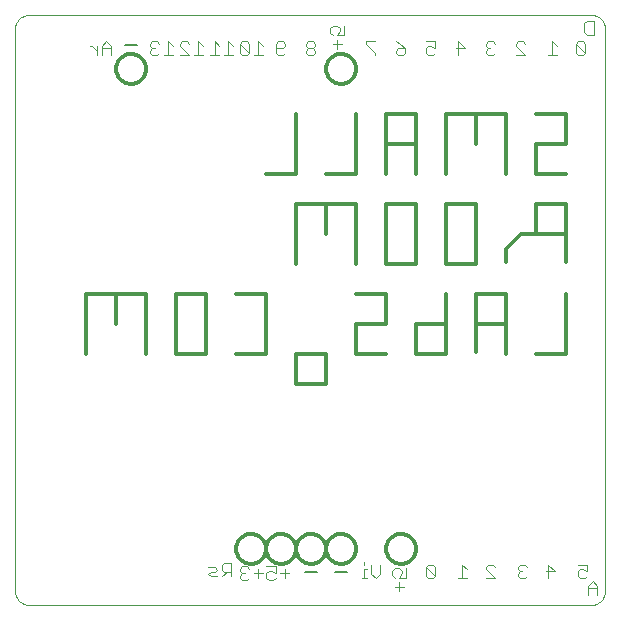
<source format=gbo>
G75*
G70*
%OFA0B0*%
%FSLAX24Y24*%
%IPPOS*%
%LPD*%
%AMOC8*
5,1,8,0,0,1.08239X$1,22.5*
%
%ADD10C,0.0004*%
%ADD11C,0.0120*%
%ADD12C,0.0040*%
%ADD13C,0.0050*%
D10*
X000611Y000363D02*
X009953Y000363D01*
X019296Y000363D01*
X019340Y000365D01*
X019383Y000371D01*
X019425Y000380D01*
X019467Y000393D01*
X019507Y000410D01*
X019546Y000430D01*
X019583Y000453D01*
X019617Y000480D01*
X019650Y000509D01*
X019679Y000542D01*
X019706Y000576D01*
X019729Y000613D01*
X019749Y000652D01*
X019766Y000692D01*
X019779Y000734D01*
X019788Y000776D01*
X019794Y000819D01*
X019796Y000863D01*
X019796Y010955D01*
X019796Y019548D01*
X019794Y019592D01*
X019788Y019635D01*
X019779Y019677D01*
X019766Y019719D01*
X019749Y019759D01*
X019729Y019798D01*
X019706Y019835D01*
X019679Y019869D01*
X019650Y019902D01*
X019617Y019931D01*
X019583Y019958D01*
X019546Y019981D01*
X019507Y020001D01*
X019467Y020018D01*
X019425Y020031D01*
X019383Y020040D01*
X019340Y020046D01*
X019296Y020048D01*
X009953Y020048D01*
X000611Y020048D01*
X000567Y020046D01*
X000524Y020040D01*
X000482Y020031D01*
X000440Y020018D01*
X000400Y020001D01*
X000361Y019981D01*
X000324Y019958D01*
X000290Y019931D01*
X000257Y019902D01*
X000228Y019869D01*
X000201Y019835D01*
X000178Y019798D01*
X000158Y019759D01*
X000141Y019719D01*
X000128Y019677D01*
X000119Y019635D01*
X000113Y019592D01*
X000111Y019548D01*
X000111Y010205D01*
X000111Y000863D01*
X000113Y000819D01*
X000119Y000776D01*
X000128Y000734D01*
X000141Y000692D01*
X000158Y000652D01*
X000178Y000613D01*
X000201Y000576D01*
X000228Y000542D01*
X000257Y000509D01*
X000290Y000480D01*
X000324Y000453D01*
X000361Y000430D01*
X000400Y000410D01*
X000440Y000393D01*
X000482Y000380D01*
X000524Y000371D01*
X000567Y000365D01*
X000611Y000363D01*
D11*
X007486Y002238D02*
X007488Y002282D01*
X007494Y002326D01*
X007504Y002369D01*
X007517Y002411D01*
X007534Y002452D01*
X007555Y002491D01*
X007579Y002528D01*
X007606Y002563D01*
X007636Y002595D01*
X007669Y002625D01*
X007705Y002651D01*
X007742Y002675D01*
X007782Y002694D01*
X007823Y002711D01*
X007866Y002723D01*
X007909Y002732D01*
X007953Y002737D01*
X007997Y002738D01*
X008041Y002735D01*
X008085Y002728D01*
X008128Y002717D01*
X008170Y002703D01*
X008210Y002685D01*
X008249Y002663D01*
X008285Y002639D01*
X008319Y002611D01*
X008351Y002580D01*
X008380Y002546D01*
X008406Y002510D01*
X008428Y002472D01*
X008447Y002432D01*
X008462Y002390D01*
X008474Y002348D01*
X008482Y002304D01*
X008486Y002260D01*
X008486Y002216D01*
X008482Y002172D01*
X008474Y002128D01*
X008462Y002086D01*
X008447Y002044D01*
X008428Y002004D01*
X008406Y001966D01*
X008380Y001930D01*
X008351Y001896D01*
X008319Y001865D01*
X008285Y001837D01*
X008249Y001813D01*
X008210Y001791D01*
X008170Y001773D01*
X008128Y001759D01*
X008085Y001748D01*
X008041Y001741D01*
X007997Y001738D01*
X007953Y001739D01*
X007909Y001744D01*
X007866Y001753D01*
X007823Y001765D01*
X007782Y001782D01*
X007742Y001801D01*
X007705Y001825D01*
X007669Y001851D01*
X007636Y001881D01*
X007606Y001913D01*
X007579Y001948D01*
X007555Y001985D01*
X007534Y002024D01*
X007517Y002065D01*
X007504Y002107D01*
X007494Y002150D01*
X007488Y002194D01*
X007486Y002238D01*
X008486Y002238D02*
X008488Y002282D01*
X008494Y002326D01*
X008504Y002369D01*
X008517Y002411D01*
X008534Y002452D01*
X008555Y002491D01*
X008579Y002528D01*
X008606Y002563D01*
X008636Y002595D01*
X008669Y002625D01*
X008705Y002651D01*
X008742Y002675D01*
X008782Y002694D01*
X008823Y002711D01*
X008866Y002723D01*
X008909Y002732D01*
X008953Y002737D01*
X008997Y002738D01*
X009041Y002735D01*
X009085Y002728D01*
X009128Y002717D01*
X009170Y002703D01*
X009210Y002685D01*
X009249Y002663D01*
X009285Y002639D01*
X009319Y002611D01*
X009351Y002580D01*
X009380Y002546D01*
X009406Y002510D01*
X009428Y002472D01*
X009447Y002432D01*
X009462Y002390D01*
X009474Y002348D01*
X009482Y002304D01*
X009486Y002260D01*
X009486Y002216D01*
X009482Y002172D01*
X009474Y002128D01*
X009462Y002086D01*
X009447Y002044D01*
X009428Y002004D01*
X009406Y001966D01*
X009380Y001930D01*
X009351Y001896D01*
X009319Y001865D01*
X009285Y001837D01*
X009249Y001813D01*
X009210Y001791D01*
X009170Y001773D01*
X009128Y001759D01*
X009085Y001748D01*
X009041Y001741D01*
X008997Y001738D01*
X008953Y001739D01*
X008909Y001744D01*
X008866Y001753D01*
X008823Y001765D01*
X008782Y001782D01*
X008742Y001801D01*
X008705Y001825D01*
X008669Y001851D01*
X008636Y001881D01*
X008606Y001913D01*
X008579Y001948D01*
X008555Y001985D01*
X008534Y002024D01*
X008517Y002065D01*
X008504Y002107D01*
X008494Y002150D01*
X008488Y002194D01*
X008486Y002238D01*
X009486Y002238D02*
X009488Y002282D01*
X009494Y002326D01*
X009504Y002369D01*
X009517Y002411D01*
X009534Y002452D01*
X009555Y002491D01*
X009579Y002528D01*
X009606Y002563D01*
X009636Y002595D01*
X009669Y002625D01*
X009705Y002651D01*
X009742Y002675D01*
X009782Y002694D01*
X009823Y002711D01*
X009866Y002723D01*
X009909Y002732D01*
X009953Y002737D01*
X009997Y002738D01*
X010041Y002735D01*
X010085Y002728D01*
X010128Y002717D01*
X010170Y002703D01*
X010210Y002685D01*
X010249Y002663D01*
X010285Y002639D01*
X010319Y002611D01*
X010351Y002580D01*
X010380Y002546D01*
X010406Y002510D01*
X010428Y002472D01*
X010447Y002432D01*
X010462Y002390D01*
X010474Y002348D01*
X010482Y002304D01*
X010486Y002260D01*
X010486Y002216D01*
X010482Y002172D01*
X010474Y002128D01*
X010462Y002086D01*
X010447Y002044D01*
X010428Y002004D01*
X010406Y001966D01*
X010380Y001930D01*
X010351Y001896D01*
X010319Y001865D01*
X010285Y001837D01*
X010249Y001813D01*
X010210Y001791D01*
X010170Y001773D01*
X010128Y001759D01*
X010085Y001748D01*
X010041Y001741D01*
X009997Y001738D01*
X009953Y001739D01*
X009909Y001744D01*
X009866Y001753D01*
X009823Y001765D01*
X009782Y001782D01*
X009742Y001801D01*
X009705Y001825D01*
X009669Y001851D01*
X009636Y001881D01*
X009606Y001913D01*
X009579Y001948D01*
X009555Y001985D01*
X009534Y002024D01*
X009517Y002065D01*
X009504Y002107D01*
X009494Y002150D01*
X009488Y002194D01*
X009486Y002238D01*
X010486Y002238D02*
X010488Y002282D01*
X010494Y002326D01*
X010504Y002369D01*
X010517Y002411D01*
X010534Y002452D01*
X010555Y002491D01*
X010579Y002528D01*
X010606Y002563D01*
X010636Y002595D01*
X010669Y002625D01*
X010705Y002651D01*
X010742Y002675D01*
X010782Y002694D01*
X010823Y002711D01*
X010866Y002723D01*
X010909Y002732D01*
X010953Y002737D01*
X010997Y002738D01*
X011041Y002735D01*
X011085Y002728D01*
X011128Y002717D01*
X011170Y002703D01*
X011210Y002685D01*
X011249Y002663D01*
X011285Y002639D01*
X011319Y002611D01*
X011351Y002580D01*
X011380Y002546D01*
X011406Y002510D01*
X011428Y002472D01*
X011447Y002432D01*
X011462Y002390D01*
X011474Y002348D01*
X011482Y002304D01*
X011486Y002260D01*
X011486Y002216D01*
X011482Y002172D01*
X011474Y002128D01*
X011462Y002086D01*
X011447Y002044D01*
X011428Y002004D01*
X011406Y001966D01*
X011380Y001930D01*
X011351Y001896D01*
X011319Y001865D01*
X011285Y001837D01*
X011249Y001813D01*
X011210Y001791D01*
X011170Y001773D01*
X011128Y001759D01*
X011085Y001748D01*
X011041Y001741D01*
X010997Y001738D01*
X010953Y001739D01*
X010909Y001744D01*
X010866Y001753D01*
X010823Y001765D01*
X010782Y001782D01*
X010742Y001801D01*
X010705Y001825D01*
X010669Y001851D01*
X010636Y001881D01*
X010606Y001913D01*
X010579Y001948D01*
X010555Y001985D01*
X010534Y002024D01*
X010517Y002065D01*
X010504Y002107D01*
X010494Y002150D01*
X010488Y002194D01*
X010486Y002238D01*
X012486Y002238D02*
X012488Y002282D01*
X012494Y002326D01*
X012504Y002369D01*
X012517Y002411D01*
X012534Y002452D01*
X012555Y002491D01*
X012579Y002528D01*
X012606Y002563D01*
X012636Y002595D01*
X012669Y002625D01*
X012705Y002651D01*
X012742Y002675D01*
X012782Y002694D01*
X012823Y002711D01*
X012866Y002723D01*
X012909Y002732D01*
X012953Y002737D01*
X012997Y002738D01*
X013041Y002735D01*
X013085Y002728D01*
X013128Y002717D01*
X013170Y002703D01*
X013210Y002685D01*
X013249Y002663D01*
X013285Y002639D01*
X013319Y002611D01*
X013351Y002580D01*
X013380Y002546D01*
X013406Y002510D01*
X013428Y002472D01*
X013447Y002432D01*
X013462Y002390D01*
X013474Y002348D01*
X013482Y002304D01*
X013486Y002260D01*
X013486Y002216D01*
X013482Y002172D01*
X013474Y002128D01*
X013462Y002086D01*
X013447Y002044D01*
X013428Y002004D01*
X013406Y001966D01*
X013380Y001930D01*
X013351Y001896D01*
X013319Y001865D01*
X013285Y001837D01*
X013249Y001813D01*
X013210Y001791D01*
X013170Y001773D01*
X013128Y001759D01*
X013085Y001748D01*
X013041Y001741D01*
X012997Y001738D01*
X012953Y001739D01*
X012909Y001744D01*
X012866Y001753D01*
X012823Y001765D01*
X012782Y001782D01*
X012742Y001801D01*
X012705Y001825D01*
X012669Y001851D01*
X012636Y001881D01*
X012606Y001913D01*
X012579Y001948D01*
X012555Y001985D01*
X012534Y002024D01*
X012517Y002065D01*
X012504Y002107D01*
X012494Y002150D01*
X012488Y002194D01*
X012486Y002238D01*
X010486Y007738D02*
X009486Y007738D01*
X009486Y008738D01*
X010486Y008738D01*
X010486Y007738D01*
X011486Y008738D02*
X011486Y009738D01*
X012486Y009738D01*
X012486Y010738D01*
X011486Y010738D01*
X011486Y011738D02*
X011486Y013738D01*
X010486Y013738D01*
X009486Y013738D01*
X009486Y011738D01*
X010486Y012738D02*
X010486Y013738D01*
X010486Y014738D02*
X011486Y014738D01*
X011486Y016738D01*
X012486Y016738D02*
X012486Y015738D01*
X013486Y015738D01*
X013486Y016738D01*
X012486Y016738D01*
X012486Y015738D02*
X012486Y014738D01*
X013486Y014738D02*
X013486Y015738D01*
X014486Y016738D02*
X014486Y014738D01*
X014486Y013738D02*
X014486Y011738D01*
X015486Y011738D01*
X015486Y013738D01*
X014486Y013738D01*
X013486Y013738D02*
X012486Y013738D01*
X012486Y011738D01*
X013486Y011738D01*
X013486Y013738D01*
X015486Y015738D02*
X015486Y016738D01*
X014486Y016738D01*
X015486Y016738D02*
X016486Y016738D01*
X016486Y014738D01*
X017486Y014738D02*
X018486Y014738D01*
X018486Y015738D02*
X017486Y015738D01*
X017486Y014738D01*
X017486Y013738D02*
X017486Y012738D01*
X016986Y012738D01*
X016486Y012238D01*
X016486Y011800D01*
X016486Y010738D02*
X015486Y010738D01*
X015486Y009738D01*
X016423Y009738D01*
X015486Y009738D02*
X015486Y008800D01*
X016486Y008738D02*
X016486Y010738D01*
X018486Y010738D02*
X018486Y008738D01*
X017486Y008738D01*
X014486Y008738D02*
X013486Y008738D01*
X013486Y008800D02*
X013486Y009738D01*
X014423Y009738D01*
X014486Y010738D02*
X014486Y008738D01*
X012486Y008738D02*
X011486Y008738D01*
X008486Y008738D02*
X007486Y008738D01*
X008486Y008738D02*
X008486Y010738D01*
X007486Y010738D01*
X006486Y010738D02*
X005486Y010738D01*
X005486Y008738D01*
X006486Y008738D01*
X006486Y010738D01*
X004486Y010738D02*
X004486Y008738D01*
X003486Y009738D02*
X003486Y010738D01*
X002486Y010738D01*
X002486Y008738D01*
X003486Y010738D02*
X004486Y010738D01*
X008486Y014738D02*
X009486Y014738D01*
X009486Y016738D01*
X010486Y018238D02*
X010488Y018282D01*
X010494Y018326D01*
X010504Y018369D01*
X010517Y018411D01*
X010534Y018452D01*
X010555Y018491D01*
X010579Y018528D01*
X010606Y018563D01*
X010636Y018595D01*
X010669Y018625D01*
X010705Y018651D01*
X010742Y018675D01*
X010782Y018694D01*
X010823Y018711D01*
X010866Y018723D01*
X010909Y018732D01*
X010953Y018737D01*
X010997Y018738D01*
X011041Y018735D01*
X011085Y018728D01*
X011128Y018717D01*
X011170Y018703D01*
X011210Y018685D01*
X011249Y018663D01*
X011285Y018639D01*
X011319Y018611D01*
X011351Y018580D01*
X011380Y018546D01*
X011406Y018510D01*
X011428Y018472D01*
X011447Y018432D01*
X011462Y018390D01*
X011474Y018348D01*
X011482Y018304D01*
X011486Y018260D01*
X011486Y018216D01*
X011482Y018172D01*
X011474Y018128D01*
X011462Y018086D01*
X011447Y018044D01*
X011428Y018004D01*
X011406Y017966D01*
X011380Y017930D01*
X011351Y017896D01*
X011319Y017865D01*
X011285Y017837D01*
X011249Y017813D01*
X011210Y017791D01*
X011170Y017773D01*
X011128Y017759D01*
X011085Y017748D01*
X011041Y017741D01*
X010997Y017738D01*
X010953Y017739D01*
X010909Y017744D01*
X010866Y017753D01*
X010823Y017765D01*
X010782Y017782D01*
X010742Y017801D01*
X010705Y017825D01*
X010669Y017851D01*
X010636Y017881D01*
X010606Y017913D01*
X010579Y017948D01*
X010555Y017985D01*
X010534Y018024D01*
X010517Y018065D01*
X010504Y018107D01*
X010494Y018150D01*
X010488Y018194D01*
X010486Y018238D01*
X003486Y018238D02*
X003488Y018282D01*
X003494Y018326D01*
X003504Y018369D01*
X003517Y018411D01*
X003534Y018452D01*
X003555Y018491D01*
X003579Y018528D01*
X003606Y018563D01*
X003636Y018595D01*
X003669Y018625D01*
X003705Y018651D01*
X003742Y018675D01*
X003782Y018694D01*
X003823Y018711D01*
X003866Y018723D01*
X003909Y018732D01*
X003953Y018737D01*
X003997Y018738D01*
X004041Y018735D01*
X004085Y018728D01*
X004128Y018717D01*
X004170Y018703D01*
X004210Y018685D01*
X004249Y018663D01*
X004285Y018639D01*
X004319Y018611D01*
X004351Y018580D01*
X004380Y018546D01*
X004406Y018510D01*
X004428Y018472D01*
X004447Y018432D01*
X004462Y018390D01*
X004474Y018348D01*
X004482Y018304D01*
X004486Y018260D01*
X004486Y018216D01*
X004482Y018172D01*
X004474Y018128D01*
X004462Y018086D01*
X004447Y018044D01*
X004428Y018004D01*
X004406Y017966D01*
X004380Y017930D01*
X004351Y017896D01*
X004319Y017865D01*
X004285Y017837D01*
X004249Y017813D01*
X004210Y017791D01*
X004170Y017773D01*
X004128Y017759D01*
X004085Y017748D01*
X004041Y017741D01*
X003997Y017738D01*
X003953Y017739D01*
X003909Y017744D01*
X003866Y017753D01*
X003823Y017765D01*
X003782Y017782D01*
X003742Y017801D01*
X003705Y017825D01*
X003669Y017851D01*
X003636Y017881D01*
X003606Y017913D01*
X003579Y017948D01*
X003555Y017985D01*
X003534Y018024D01*
X003517Y018065D01*
X003504Y018107D01*
X003494Y018150D01*
X003488Y018194D01*
X003486Y018238D01*
X017486Y016738D02*
X018486Y016738D01*
X018486Y015738D01*
X018486Y013738D02*
X017486Y013738D01*
X018486Y013738D02*
X018486Y012675D01*
X018486Y012738D01*
X017548Y012738D01*
X017486Y012738D01*
X017548Y012738D01*
X018486Y012675D02*
X018486Y011800D01*
D12*
X018176Y018695D02*
X017869Y018695D01*
X018023Y018695D02*
X018023Y019156D01*
X018176Y019002D01*
X018807Y019079D02*
X018807Y018772D01*
X018884Y018695D01*
X019037Y018695D01*
X019114Y018772D01*
X018807Y019079D01*
X018884Y019156D01*
X019037Y019156D01*
X019114Y019079D01*
X019114Y018772D01*
X019173Y019383D02*
X019096Y019460D01*
X019096Y019766D01*
X019173Y019843D01*
X019403Y019843D01*
X019403Y019383D01*
X019173Y019383D01*
X017114Y019079D02*
X017037Y019156D01*
X016884Y019156D01*
X016807Y019079D01*
X016807Y019002D01*
X017114Y018695D01*
X016807Y018695D01*
X016114Y018772D02*
X016037Y018695D01*
X015884Y018695D01*
X015807Y018772D01*
X015807Y018849D01*
X015884Y018925D01*
X015960Y018925D01*
X015884Y018925D02*
X015807Y019002D01*
X015807Y019079D01*
X015884Y019156D01*
X016037Y019156D01*
X016114Y019079D01*
X015114Y018926D02*
X014807Y018926D01*
X014884Y019156D02*
X014884Y018695D01*
X015114Y018926D02*
X014884Y019156D01*
X014114Y019156D02*
X014114Y018926D01*
X013960Y019002D01*
X013884Y019002D01*
X013807Y018926D01*
X013807Y018772D01*
X013884Y018695D01*
X014037Y018695D01*
X014114Y018772D01*
X014114Y019156D02*
X013807Y019156D01*
X013114Y018925D02*
X013114Y018772D01*
X013037Y018695D01*
X012884Y018695D01*
X012807Y018772D01*
X012807Y018849D01*
X012884Y018925D01*
X013114Y018925D01*
X012960Y019079D01*
X012807Y019156D01*
X012114Y019156D02*
X011807Y019156D01*
X011807Y019079D01*
X012114Y018772D01*
X012114Y018695D01*
X011014Y019053D02*
X010708Y019053D01*
X010861Y018900D02*
X010861Y019206D01*
X010861Y019360D02*
X010938Y019513D01*
X010938Y019590D01*
X010861Y019667D01*
X010708Y019667D01*
X010631Y019590D01*
X010631Y019437D01*
X010708Y019360D01*
X010861Y019360D02*
X011091Y019360D01*
X011091Y019667D01*
X010114Y019079D02*
X010114Y019002D01*
X010037Y018926D01*
X009884Y018926D01*
X009807Y018849D01*
X009807Y018772D01*
X009884Y018695D01*
X010037Y018695D01*
X010114Y018772D01*
X010114Y018849D01*
X010037Y018926D01*
X009884Y018926D02*
X009807Y019002D01*
X009807Y019079D01*
X009884Y019156D01*
X010037Y019156D01*
X010114Y019079D01*
X009114Y019079D02*
X009114Y019002D01*
X009037Y018925D01*
X008807Y018925D01*
X008807Y018772D02*
X008807Y019079D01*
X008884Y019156D01*
X009037Y019156D01*
X009114Y019079D01*
X009114Y018772D02*
X009037Y018695D01*
X008884Y018695D01*
X008807Y018772D01*
X008387Y018695D02*
X008080Y018695D01*
X008233Y018695D02*
X008233Y019156D01*
X008387Y019002D01*
X007926Y019079D02*
X007926Y018772D01*
X007619Y019079D01*
X007619Y018772D01*
X007696Y018695D01*
X007850Y018695D01*
X007926Y018772D01*
X007926Y019079D02*
X007850Y019156D01*
X007696Y019156D01*
X007619Y019079D01*
X007387Y019002D02*
X007233Y019156D01*
X007233Y018695D01*
X007080Y018695D02*
X007387Y018695D01*
X006926Y018695D02*
X006619Y018695D01*
X006773Y018695D02*
X006773Y019156D01*
X006926Y019002D01*
X006387Y019002D02*
X006233Y019156D01*
X006233Y018695D01*
X006080Y018695D02*
X006387Y018695D01*
X005926Y018695D02*
X005619Y019002D01*
X005619Y019079D01*
X005696Y019156D01*
X005850Y019156D01*
X005926Y019079D01*
X005926Y018695D02*
X005619Y018695D01*
X005387Y018695D02*
X005080Y018695D01*
X005233Y018695D02*
X005233Y019156D01*
X005387Y019002D01*
X004926Y019079D02*
X004850Y019156D01*
X004696Y019156D01*
X004619Y019079D01*
X004619Y019002D01*
X004696Y018926D01*
X004619Y018849D01*
X004619Y018772D01*
X004696Y018695D01*
X004850Y018695D01*
X004926Y018772D01*
X004773Y018926D02*
X004696Y018926D01*
X003310Y018926D02*
X003003Y018926D01*
X003003Y019002D02*
X003003Y018695D01*
X002850Y018695D02*
X002850Y019002D01*
X003003Y019002D02*
X003156Y019156D01*
X003310Y019002D01*
X003310Y018695D01*
X002850Y018849D02*
X002696Y019002D01*
X002619Y019002D01*
X007094Y001781D02*
X007017Y001704D01*
X007017Y001550D01*
X007094Y001474D01*
X007324Y001474D01*
X007171Y001474D02*
X007017Y001320D01*
X006864Y001320D02*
X006634Y001320D01*
X006557Y001397D01*
X006634Y001474D01*
X006787Y001474D01*
X006864Y001550D01*
X006787Y001627D01*
X006557Y001627D01*
X007094Y001781D02*
X007324Y001781D01*
X007324Y001320D01*
X007619Y001349D02*
X007619Y001272D01*
X007696Y001195D01*
X007850Y001195D01*
X007926Y001272D01*
X007773Y001426D02*
X007696Y001426D01*
X007619Y001349D01*
X007696Y001426D02*
X007619Y001502D01*
X007619Y001579D01*
X007696Y001656D01*
X007850Y001656D01*
X007926Y001579D01*
X008080Y001426D02*
X008387Y001426D01*
X008494Y001426D02*
X008494Y001272D01*
X008571Y001195D01*
X008725Y001195D01*
X008801Y001272D01*
X008801Y001426D02*
X008648Y001502D01*
X008571Y001502D01*
X008494Y001426D01*
X008233Y001579D02*
X008233Y001272D01*
X008494Y001656D02*
X008801Y001656D01*
X008801Y001426D01*
X008955Y001426D02*
X009262Y001426D01*
X009108Y001579D02*
X009108Y001272D01*
X011682Y001258D02*
X011835Y001258D01*
X011759Y001258D02*
X011759Y001565D01*
X011835Y001565D01*
X011759Y001718D02*
X011759Y001795D01*
X011989Y001718D02*
X011989Y001411D01*
X012142Y001258D01*
X012296Y001411D01*
X012296Y001718D01*
X012693Y001511D02*
X012693Y001357D01*
X012770Y001281D01*
X012924Y001281D02*
X013000Y001434D01*
X013000Y001511D01*
X012924Y001588D01*
X012770Y001588D01*
X012693Y001511D01*
X012924Y001281D02*
X013154Y001281D01*
X013154Y001588D01*
X012924Y001127D02*
X012924Y000820D01*
X013077Y000974D02*
X012770Y000974D01*
X013807Y001335D02*
X013884Y001258D01*
X014037Y001258D01*
X014114Y001335D01*
X013807Y001641D01*
X013807Y001335D01*
X014114Y001335D02*
X014114Y001641D01*
X014037Y001718D01*
X013884Y001718D01*
X013807Y001641D01*
X014869Y001258D02*
X015176Y001258D01*
X015023Y001258D02*
X015023Y001718D01*
X015176Y001565D01*
X015807Y001565D02*
X015807Y001641D01*
X015884Y001718D01*
X016037Y001718D01*
X016114Y001641D01*
X015807Y001565D02*
X016114Y001258D01*
X015807Y001258D01*
X016869Y001335D02*
X016946Y001258D01*
X017100Y001258D01*
X017176Y001335D01*
X017023Y001488D02*
X016946Y001488D01*
X016869Y001411D01*
X016869Y001335D01*
X016946Y001488D02*
X016869Y001565D01*
X016869Y001641D01*
X016946Y001718D01*
X017100Y001718D01*
X017176Y001641D01*
X017807Y001488D02*
X018114Y001488D01*
X017884Y001718D01*
X017884Y001258D01*
X018869Y001335D02*
X018946Y001258D01*
X019100Y001258D01*
X019176Y001335D01*
X019176Y001488D02*
X019023Y001565D01*
X018946Y001565D01*
X018869Y001488D01*
X018869Y001335D01*
X019176Y001488D02*
X019176Y001718D01*
X018869Y001718D01*
X019375Y001156D02*
X019221Y001002D01*
X019221Y000695D01*
X019221Y000926D02*
X019528Y000926D01*
X019528Y001002D02*
X019375Y001156D01*
X019528Y001002D02*
X019528Y000695D01*
D13*
X011194Y001471D02*
X010787Y001471D01*
X010194Y001471D02*
X009787Y001471D01*
X004194Y019033D02*
X003787Y019033D01*
M02*

</source>
